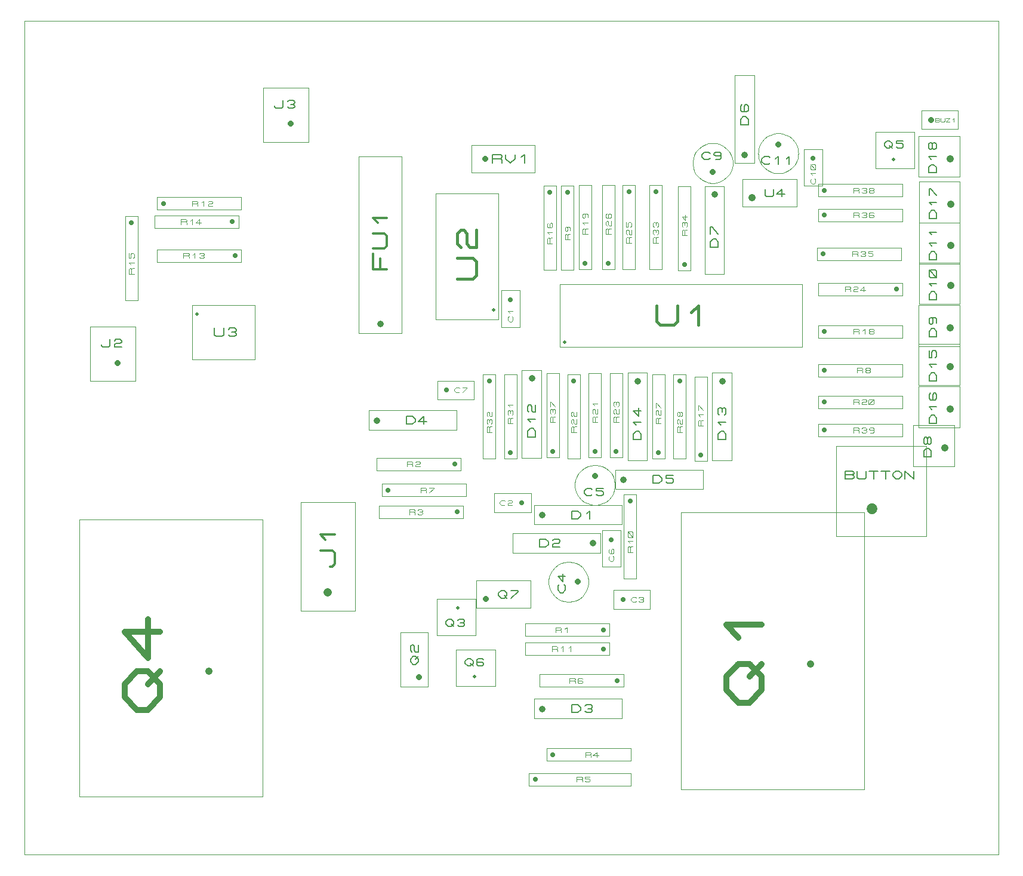
<source format=gbr>
G04 PROTEUS GERBER X2 FILE*
%TF.GenerationSoftware,Labcenter,Proteus,8.15-SP1-Build34318*%
%TF.CreationDate,2023-09-22T14:49:31+00:00*%
%TF.FileFunction,AssemblyDrawing,Top*%
%TF.FilePolarity,Positive*%
%TF.Part,Single*%
%TF.SameCoordinates,{cc55e535-ffdd-4919-8125-6210c26246c2}*%
%FSLAX45Y45*%
%MOMM*%
G01*
%TA.AperFunction,Profile*%
%ADD22C,0.101600*%
%TA.AperFunction,Material*%
%ADD36C,0.050800*%
%ADD37C,0.812800*%
%ADD38C,0.173000*%
%ADD23C,0.101600*%
%ADD39C,0.508000*%
%ADD40C,0.440230*%
%ADD41C,1.016000*%
%ADD42C,0.711200*%
%ADD43C,0.117340*%
%ADD44C,0.914400*%
%ADD45C,0.183130*%
%ADD46C,0.113450*%
%ADD47C,0.176100*%
%ADD48C,0.167930*%
%ADD49C,0.179490*%
%ADD50C,0.820010*%
%ADD51C,1.219200*%
%ADD52C,0.333580*%
%ADD53C,0.200660*%
%ADD54C,0.323120*%
%ADD55C,0.183890*%
%ADD56C,0.083820*%
%ADD57C,1.524000*%
%ADD58C,0.188590*%
%ADD59C,0.195580*%
%TD.AperFunction*%
D22*
X-8290000Y-6520000D02*
X+5520000Y-6520000D01*
X+5520000Y+5300000D01*
X-8290000Y+5300000D01*
X-8290000Y-6520000D01*
D36*
X+83980Y-1277920D02*
X+83062Y-1255106D01*
X+75609Y-1209477D01*
X+60062Y-1163848D01*
X+34820Y-1118219D01*
X-3722Y-1072689D01*
X-49351Y-1037193D01*
X-94980Y-1014073D01*
X-140609Y-1000220D01*
X-186238Y-994274D01*
X-200000Y-993940D01*
X-483980Y-1277920D02*
X-483062Y-1255106D01*
X-475609Y-1209477D01*
X-460062Y-1163848D01*
X-434820Y-1118219D01*
X-396278Y-1072689D01*
X-350649Y-1037193D01*
X-305020Y-1014073D01*
X-259391Y-1000220D01*
X-213762Y-994274D01*
X-200000Y-993940D01*
X-483980Y-1277920D02*
X-483062Y-1300734D01*
X-475609Y-1346363D01*
X-460062Y-1391992D01*
X-434820Y-1437621D01*
X-396278Y-1483151D01*
X-350649Y-1518647D01*
X-305020Y-1541767D01*
X-259391Y-1555620D01*
X-213762Y-1561566D01*
X-200000Y-1561900D01*
X+83980Y-1277920D02*
X+83062Y-1300734D01*
X+75609Y-1346363D01*
X+60062Y-1391992D01*
X+34820Y-1437621D01*
X-3722Y-1483151D01*
X-49351Y-1518647D01*
X-94980Y-1541767D01*
X-140609Y-1555620D01*
X-186238Y-1561566D01*
X-200000Y-1561900D01*
D37*
X-200000Y-1150000D02*
X-200000Y-1150000D01*
D38*
X-238927Y-1412142D02*
X-258391Y-1429443D01*
X-316781Y-1429443D01*
X-355707Y-1394841D01*
X-355707Y-1360240D01*
X-316781Y-1325638D01*
X-258391Y-1325638D01*
X-238927Y-1342939D01*
X-83220Y-1325638D02*
X-180537Y-1325638D01*
X-180537Y-1360240D01*
X-102684Y-1360240D01*
X-83220Y-1377540D01*
X-83220Y-1412142D01*
X-102684Y-1429443D01*
X-161074Y-1429443D01*
X-180537Y-1412142D01*
D23*
X-698580Y+684500D02*
X+2740580Y+684500D01*
X+2740580Y+1573500D01*
X-698580Y+1573500D01*
X-698580Y+684500D01*
D39*
X-632000Y+748000D02*
X-632000Y+748000D01*
D40*
X+670782Y+1261069D02*
X+670782Y+1040953D01*
X+720308Y+996930D01*
X+918412Y+996930D01*
X+967938Y+1040953D01*
X+967938Y+1261069D01*
X+1166042Y+1173023D02*
X+1265094Y+1261069D01*
X+1265094Y+996930D01*
D23*
X+4314420Y-1009080D02*
X+4896080Y-1009080D01*
X+4896080Y-427420D01*
X+4314420Y-427420D01*
X+4314420Y-1009080D01*
D41*
X+4764000Y-750000D02*
X+4764000Y-750000D01*
D38*
X+4565575Y-873545D02*
X+4462045Y-873545D01*
X+4462045Y-795898D01*
X+4496555Y-757074D01*
X+4531065Y-757074D01*
X+4565575Y-795898D01*
X+4565575Y-873545D01*
X+4513810Y-679427D02*
X+4496555Y-698839D01*
X+4479300Y-698839D01*
X+4462045Y-679427D01*
X+4462045Y-621191D01*
X+4479300Y-601779D01*
X+4496555Y-601779D01*
X+4513810Y-621191D01*
X+4513810Y-679427D01*
X+4531065Y-698839D01*
X+4548320Y-698839D01*
X+4565575Y-679427D01*
X+4565575Y-621191D01*
X+4548320Y-601779D01*
X+4531065Y-601779D01*
X+4513810Y-621191D01*
D23*
X+4390420Y+690920D02*
X+4972080Y+690920D01*
X+4972080Y+1272580D01*
X+4390420Y+1272580D01*
X+4390420Y+690920D01*
D41*
X+4840000Y+950000D02*
X+4840000Y+950000D01*
D38*
X+4641575Y+826455D02*
X+4538045Y+826455D01*
X+4538045Y+904102D01*
X+4572555Y+942926D01*
X+4607065Y+942926D01*
X+4641575Y+904102D01*
X+4641575Y+826455D01*
X+4572555Y+1098221D02*
X+4589810Y+1078809D01*
X+4589810Y+1020573D01*
X+4572555Y+1001161D01*
X+4555300Y+1001161D01*
X+4538045Y+1020573D01*
X+4538045Y+1078809D01*
X+4555300Y+1098221D01*
X+4624320Y+1098221D01*
X+4641575Y+1078809D01*
X+4641575Y+1020573D01*
D23*
X+4390420Y+140920D02*
X+4972080Y+140920D01*
X+4972080Y+722580D01*
X+4390420Y+722580D01*
X+4390420Y+140920D01*
D41*
X+4840000Y+400000D02*
X+4840000Y+400000D01*
D38*
X+4641575Y+198808D02*
X+4538045Y+198808D01*
X+4538045Y+276455D01*
X+4572555Y+315279D01*
X+4607065Y+315279D01*
X+4641575Y+276455D01*
X+4641575Y+198808D01*
X+4572555Y+392926D02*
X+4538045Y+431750D01*
X+4641575Y+431750D01*
X+4538045Y+625869D02*
X+4538045Y+528809D01*
X+4572555Y+528809D01*
X+4572555Y+606457D01*
X+4589810Y+625869D01*
X+4624320Y+625869D01*
X+4641575Y+606457D01*
X+4641575Y+548221D01*
X+4624320Y+528809D01*
D23*
X+4390420Y-459080D02*
X+4972080Y-459080D01*
X+4972080Y+122580D01*
X+4390420Y+122580D01*
X+4390420Y-459080D01*
D41*
X+4840000Y-200000D02*
X+4840000Y-200000D01*
D38*
X+4641575Y-401192D02*
X+4538045Y-401192D01*
X+4538045Y-323545D01*
X+4572555Y-284721D01*
X+4607065Y-284721D01*
X+4641575Y-323545D01*
X+4641575Y-401192D01*
X+4572555Y-207074D02*
X+4538045Y-168250D01*
X+4641575Y-168250D01*
X+4555300Y+25869D02*
X+4538045Y+6457D01*
X+4538045Y-51779D01*
X+4555300Y-71191D01*
X+4624320Y-71191D01*
X+4641575Y-51779D01*
X+4641575Y+6457D01*
X+4624320Y+25869D01*
X+4607065Y+25869D01*
X+4589810Y+6457D01*
X+4589810Y-71191D01*
D23*
X+4394420Y+1290920D02*
X+4976080Y+1290920D01*
X+4976080Y+1872580D01*
X+4394420Y+1872580D01*
X+4394420Y+1290920D01*
D41*
X+4844000Y+1550000D02*
X+4844000Y+1550000D01*
D38*
X+4645575Y+1348808D02*
X+4542045Y+1348808D01*
X+4542045Y+1426455D01*
X+4576555Y+1465279D01*
X+4611065Y+1465279D01*
X+4645575Y+1426455D01*
X+4645575Y+1348808D01*
X+4576555Y+1542926D02*
X+4542045Y+1581750D01*
X+4645575Y+1581750D01*
X+4628320Y+1659398D02*
X+4559300Y+1659398D01*
X+4542045Y+1678809D01*
X+4542045Y+1756457D01*
X+4559300Y+1775869D01*
X+4628320Y+1775869D01*
X+4645575Y+1756457D01*
X+4645575Y+1678809D01*
X+4628320Y+1659398D01*
X+4645575Y+1659398D02*
X+4542045Y+1775869D01*
D23*
X+4394420Y+1860920D02*
X+4976080Y+1860920D01*
X+4976080Y+2442580D01*
X+4394420Y+2442580D01*
X+4394420Y+1860920D01*
D41*
X+4844000Y+2120000D02*
X+4844000Y+2120000D01*
D38*
X+4645575Y+1918808D02*
X+4542045Y+1918808D01*
X+4542045Y+1996455D01*
X+4576555Y+2035279D01*
X+4611065Y+2035279D01*
X+4645575Y+1996455D01*
X+4645575Y+1918808D01*
X+4576555Y+2112926D02*
X+4542045Y+2151750D01*
X+4645575Y+2151750D01*
X+4576555Y+2268221D02*
X+4542045Y+2307045D01*
X+4645575Y+2307045D01*
D23*
X+4394420Y+2440920D02*
X+4976080Y+2440920D01*
X+4976080Y+3022580D01*
X+4394420Y+3022580D01*
X+4394420Y+2440920D01*
D41*
X+4844000Y+2700000D02*
X+4844000Y+2700000D01*
D38*
X+4645575Y+2498808D02*
X+4542045Y+2498808D01*
X+4542045Y+2576455D01*
X+4576555Y+2615279D01*
X+4611065Y+2615279D01*
X+4645575Y+2576455D01*
X+4645575Y+2498808D01*
X+4576555Y+2692926D02*
X+4542045Y+2731750D01*
X+4645575Y+2731750D01*
X+4542045Y+2828809D02*
X+4542045Y+2925869D01*
X+4559300Y+2925869D01*
X+4645575Y+2828809D01*
D23*
X+4388420Y+3090920D02*
X+4970080Y+3090920D01*
X+4970080Y+3672580D01*
X+4388420Y+3672580D01*
X+4388420Y+3090920D01*
D41*
X+4838000Y+3350000D02*
X+4838000Y+3350000D01*
D38*
X+4639575Y+3148808D02*
X+4536045Y+3148808D01*
X+4536045Y+3226455D01*
X+4570555Y+3265279D01*
X+4605065Y+3265279D01*
X+4639575Y+3226455D01*
X+4639575Y+3148808D01*
X+4570555Y+3342926D02*
X+4536045Y+3381750D01*
X+4639575Y+3381750D01*
X+4587810Y+3498221D02*
X+4570555Y+3478809D01*
X+4553300Y+3478809D01*
X+4536045Y+3498221D01*
X+4536045Y+3556457D01*
X+4553300Y+3575869D01*
X+4570555Y+3575869D01*
X+4587810Y+3556457D01*
X+4587810Y+3498221D01*
X+4605065Y+3478809D01*
X+4622320Y+3478809D01*
X+4639575Y+3498221D01*
X+4639575Y+3556457D01*
X+4622320Y+3575869D01*
X+4605065Y+3575869D01*
X+4587810Y+3556457D01*
D23*
X+2965100Y-588900D02*
X+4158900Y-588900D01*
X+4158900Y-411100D01*
X+2965100Y-411100D01*
X+2965100Y-588900D01*
D42*
X+3054000Y-500000D02*
X+3054000Y-500000D01*
D43*
X+3465812Y-535204D02*
X+3465812Y-464796D01*
X+3531819Y-464796D01*
X+3545021Y-476531D01*
X+3545021Y-488265D01*
X+3531819Y-500000D01*
X+3465812Y-500000D01*
X+3531819Y-500000D02*
X+3545021Y-511735D01*
X+3545021Y-535204D01*
X+3584625Y-476531D02*
X+3597827Y-464796D01*
X+3637431Y-464796D01*
X+3650633Y-476531D01*
X+3650633Y-488265D01*
X+3637431Y-500000D01*
X+3650633Y-511735D01*
X+3650633Y-523469D01*
X+3637431Y-535204D01*
X+3597827Y-535204D01*
X+3584625Y-523469D01*
X+3611028Y-500000D02*
X+3637431Y-500000D01*
X+3756245Y-488265D02*
X+3743043Y-500000D01*
X+3703439Y-500000D01*
X+3690237Y-488265D01*
X+3690237Y-476531D01*
X+3703439Y-464796D01*
X+3743043Y-464796D01*
X+3756245Y-476531D01*
X+3756245Y-523469D01*
X+3743043Y-535204D01*
X+3703439Y-535204D01*
D23*
X+2965100Y-188900D02*
X+4158900Y-188900D01*
X+4158900Y-11100D01*
X+2965100Y-11100D01*
X+2965100Y-188900D01*
D42*
X+3054000Y-100000D02*
X+3054000Y-100000D01*
D43*
X+3465812Y-135204D02*
X+3465812Y-64796D01*
X+3531819Y-64796D01*
X+3545021Y-76531D01*
X+3545021Y-88265D01*
X+3531819Y-100000D01*
X+3465812Y-100000D01*
X+3531819Y-100000D02*
X+3545021Y-111735D01*
X+3545021Y-135204D01*
X+3584625Y-76531D02*
X+3597827Y-64796D01*
X+3637431Y-64796D01*
X+3650633Y-76531D01*
X+3650633Y-88265D01*
X+3637431Y-100000D01*
X+3597827Y-100000D01*
X+3584625Y-111735D01*
X+3584625Y-135204D01*
X+3650633Y-135204D01*
X+3677036Y-123469D02*
X+3677036Y-76531D01*
X+3690237Y-64796D01*
X+3743043Y-64796D01*
X+3756245Y-76531D01*
X+3756245Y-123469D01*
X+3743043Y-135204D01*
X+3690237Y-135204D01*
X+3677036Y-123469D01*
X+3677036Y-135204D02*
X+3756245Y-64796D01*
D23*
X+2965100Y+261100D02*
X+4158900Y+261100D01*
X+4158900Y+438900D01*
X+2965100Y+438900D01*
X+2965100Y+261100D01*
D42*
X+3054000Y+350000D02*
X+3054000Y+350000D01*
D43*
X+3518618Y+314796D02*
X+3518618Y+385204D01*
X+3584625Y+385204D01*
X+3597827Y+373469D01*
X+3597827Y+361735D01*
X+3584625Y+350000D01*
X+3518618Y+350000D01*
X+3584625Y+350000D02*
X+3597827Y+338265D01*
X+3597827Y+314796D01*
X+3650633Y+350000D02*
X+3637431Y+361735D01*
X+3637431Y+373469D01*
X+3650633Y+385204D01*
X+3690237Y+385204D01*
X+3703439Y+373469D01*
X+3703439Y+361735D01*
X+3690237Y+350000D01*
X+3650633Y+350000D01*
X+3637431Y+338265D01*
X+3637431Y+326531D01*
X+3650633Y+314796D01*
X+3690237Y+314796D01*
X+3703439Y+326531D01*
X+3703439Y+338265D01*
X+3690237Y+350000D01*
D23*
X+2969100Y+1411100D02*
X+4162900Y+1411100D01*
X+4162900Y+1588900D01*
X+2969100Y+1588900D01*
X+2969100Y+1411100D01*
D42*
X+4074000Y+1500000D02*
X+4074000Y+1500000D01*
D43*
X+3345352Y+1464796D02*
X+3345352Y+1535204D01*
X+3411359Y+1535204D01*
X+3424561Y+1523469D01*
X+3424561Y+1511735D01*
X+3411359Y+1500000D01*
X+3345352Y+1500000D01*
X+3411359Y+1500000D02*
X+3424561Y+1488265D01*
X+3424561Y+1464796D01*
X+3464165Y+1523469D02*
X+3477367Y+1535204D01*
X+3516971Y+1535204D01*
X+3530173Y+1523469D01*
X+3530173Y+1511735D01*
X+3516971Y+1500000D01*
X+3477367Y+1500000D01*
X+3464165Y+1488265D01*
X+3464165Y+1464796D01*
X+3530173Y+1464796D01*
X+3635785Y+1488265D02*
X+3556576Y+1488265D01*
X+3609382Y+1535204D01*
X+3609382Y+1464796D01*
D23*
X+2949100Y+1911100D02*
X+4142900Y+1911100D01*
X+4142900Y+2088900D01*
X+2949100Y+2088900D01*
X+2949100Y+1911100D01*
D42*
X+3038000Y+2000000D02*
X+3038000Y+2000000D01*
D43*
X+3449812Y+1964796D02*
X+3449812Y+2035204D01*
X+3515819Y+2035204D01*
X+3529021Y+2023469D01*
X+3529021Y+2011735D01*
X+3515819Y+2000000D01*
X+3449812Y+2000000D01*
X+3515819Y+2000000D02*
X+3529021Y+1988265D01*
X+3529021Y+1964796D01*
X+3568625Y+2023469D02*
X+3581827Y+2035204D01*
X+3621431Y+2035204D01*
X+3634633Y+2023469D01*
X+3634633Y+2011735D01*
X+3621431Y+2000000D01*
X+3634633Y+1988265D01*
X+3634633Y+1976531D01*
X+3621431Y+1964796D01*
X+3581827Y+1964796D01*
X+3568625Y+1976531D01*
X+3595028Y+2000000D02*
X+3621431Y+2000000D01*
X+3740245Y+2035204D02*
X+3674237Y+2035204D01*
X+3674237Y+2011735D01*
X+3727043Y+2011735D01*
X+3740245Y+2000000D01*
X+3740245Y+1976531D01*
X+3727043Y+1964796D01*
X+3687439Y+1964796D01*
X+3674237Y+1976531D01*
D23*
X+2965100Y+2461100D02*
X+4158900Y+2461100D01*
X+4158900Y+2638900D01*
X+2965100Y+2638900D01*
X+2965100Y+2461100D01*
D42*
X+3054000Y+2550000D02*
X+3054000Y+2550000D01*
D43*
X+3465812Y+2514796D02*
X+3465812Y+2585204D01*
X+3531819Y+2585204D01*
X+3545021Y+2573469D01*
X+3545021Y+2561735D01*
X+3531819Y+2550000D01*
X+3465812Y+2550000D01*
X+3531819Y+2550000D02*
X+3545021Y+2538265D01*
X+3545021Y+2514796D01*
X+3584625Y+2573469D02*
X+3597827Y+2585204D01*
X+3637431Y+2585204D01*
X+3650633Y+2573469D01*
X+3650633Y+2561735D01*
X+3637431Y+2550000D01*
X+3650633Y+2538265D01*
X+3650633Y+2526531D01*
X+3637431Y+2514796D01*
X+3597827Y+2514796D01*
X+3584625Y+2526531D01*
X+3611028Y+2550000D02*
X+3637431Y+2550000D01*
X+3756245Y+2573469D02*
X+3743043Y+2585204D01*
X+3703439Y+2585204D01*
X+3690237Y+2573469D01*
X+3690237Y+2526531D01*
X+3703439Y+2514796D01*
X+3743043Y+2514796D01*
X+3756245Y+2526531D01*
X+3756245Y+2538265D01*
X+3743043Y+2550000D01*
X+3690237Y+2550000D01*
D23*
X+2965100Y+2811100D02*
X+4158900Y+2811100D01*
X+4158900Y+2988900D01*
X+2965100Y+2988900D01*
X+2965100Y+2811100D01*
D42*
X+3054000Y+2900000D02*
X+3054000Y+2900000D01*
D43*
X+3465812Y+2864796D02*
X+3465812Y+2935204D01*
X+3531819Y+2935204D01*
X+3545021Y+2923469D01*
X+3545021Y+2911735D01*
X+3531819Y+2900000D01*
X+3465812Y+2900000D01*
X+3531819Y+2900000D02*
X+3545021Y+2888265D01*
X+3545021Y+2864796D01*
X+3584625Y+2923469D02*
X+3597827Y+2935204D01*
X+3637431Y+2935204D01*
X+3650633Y+2923469D01*
X+3650633Y+2911735D01*
X+3637431Y+2900000D01*
X+3650633Y+2888265D01*
X+3650633Y+2876531D01*
X+3637431Y+2864796D01*
X+3597827Y+2864796D01*
X+3584625Y+2876531D01*
X+3611028Y+2900000D02*
X+3637431Y+2900000D01*
X+3703439Y+2900000D02*
X+3690237Y+2911735D01*
X+3690237Y+2923469D01*
X+3703439Y+2935204D01*
X+3743043Y+2935204D01*
X+3756245Y+2923469D01*
X+3756245Y+2911735D01*
X+3743043Y+2900000D01*
X+3703439Y+2900000D01*
X+3690237Y+2888265D01*
X+3690237Y+2876531D01*
X+3703439Y+2864796D01*
X+3743043Y+2864796D01*
X+3756245Y+2876531D01*
X+3756245Y+2888265D01*
X+3743043Y+2900000D01*
D23*
X+2965100Y+811100D02*
X+4158900Y+811100D01*
X+4158900Y+988900D01*
X+2965100Y+988900D01*
X+2965100Y+811100D01*
D42*
X+3054000Y+900000D02*
X+3054000Y+900000D01*
D43*
X+3465812Y+864796D02*
X+3465812Y+935204D01*
X+3531819Y+935204D01*
X+3545021Y+923469D01*
X+3545021Y+911735D01*
X+3531819Y+900000D01*
X+3465812Y+900000D01*
X+3531819Y+900000D02*
X+3545021Y+888265D01*
X+3545021Y+864796D01*
X+3597827Y+911735D02*
X+3624230Y+935204D01*
X+3624230Y+864796D01*
X+3703439Y+900000D02*
X+3690237Y+911735D01*
X+3690237Y+923469D01*
X+3703439Y+935204D01*
X+3743043Y+935204D01*
X+3756245Y+923469D01*
X+3756245Y+911735D01*
X+3743043Y+900000D01*
X+3703439Y+900000D01*
X+3690237Y+888265D01*
X+3690237Y+876531D01*
X+3703439Y+864796D01*
X+3743043Y+864796D01*
X+3756245Y+876531D01*
X+3756245Y+888265D01*
X+3743043Y+900000D01*
D23*
X+1211100Y-938900D02*
X+1388900Y-938900D01*
X+1388900Y+254900D01*
X+1211100Y+254900D01*
X+1211100Y-938900D01*
D42*
X+1300000Y-850000D02*
X+1300000Y-850000D01*
D43*
X+1335204Y-438188D02*
X+1264796Y-438188D01*
X+1264796Y-372181D01*
X+1276531Y-358979D01*
X+1288265Y-358979D01*
X+1300000Y-372181D01*
X+1300000Y-438188D01*
X+1300000Y-372181D02*
X+1311735Y-358979D01*
X+1335204Y-358979D01*
X+1288265Y-306173D02*
X+1264796Y-279770D01*
X+1335204Y-279770D01*
X+1264796Y-213763D02*
X+1264796Y-147755D01*
X+1276531Y-147755D01*
X+1335204Y-213763D01*
D23*
X-888900Y-888900D02*
X-711100Y-888900D01*
X-711100Y+304900D01*
X-888900Y+304900D01*
X-888900Y-888900D01*
D42*
X-800000Y-800000D02*
X-800000Y-800000D01*
D43*
X-764796Y-388188D02*
X-835204Y-388188D01*
X-835204Y-322181D01*
X-823469Y-308979D01*
X-811735Y-308979D01*
X-800000Y-322181D01*
X-800000Y-388188D01*
X-800000Y-322181D02*
X-788265Y-308979D01*
X-764796Y-308979D01*
X-823469Y-269375D02*
X-835204Y-256173D01*
X-835204Y-216569D01*
X-823469Y-203367D01*
X-811735Y-203367D01*
X-800000Y-216569D01*
X-788265Y-203367D01*
X-776531Y-203367D01*
X-764796Y-216569D01*
X-764796Y-256173D01*
X-776531Y-269375D01*
X-800000Y-242972D02*
X-800000Y-216569D01*
X-835204Y-163763D02*
X-835204Y-97755D01*
X-823469Y-97755D01*
X-764796Y-163763D01*
D23*
X-288900Y-888900D02*
X-111100Y-888900D01*
X-111100Y+304900D01*
X-288900Y+304900D01*
X-288900Y-888900D01*
D42*
X-200000Y-800000D02*
X-200000Y-800000D01*
D43*
X-164796Y-388188D02*
X-235204Y-388188D01*
X-235204Y-322181D01*
X-223469Y-308979D01*
X-211735Y-308979D01*
X-200000Y-322181D01*
X-200000Y-388188D01*
X-200000Y-322181D02*
X-188265Y-308979D01*
X-164796Y-308979D01*
X-223469Y-269375D02*
X-235204Y-256173D01*
X-235204Y-216569D01*
X-223469Y-203367D01*
X-211735Y-203367D01*
X-200000Y-216569D01*
X-200000Y-256173D01*
X-188265Y-269375D01*
X-164796Y-269375D01*
X-164796Y-203367D01*
X-211735Y-150561D02*
X-235204Y-124158D01*
X-164796Y-124158D01*
D23*
X+11100Y-888900D02*
X+188900Y-888900D01*
X+188900Y+304900D01*
X+11100Y+304900D01*
X+11100Y-888900D01*
D42*
X+100000Y-800000D02*
X+100000Y-800000D01*
D43*
X+135204Y-388188D02*
X+64796Y-388188D01*
X+64796Y-322181D01*
X+76531Y-308979D01*
X+88265Y-308979D01*
X+100000Y-322181D01*
X+100000Y-388188D01*
X+100000Y-322181D02*
X+111735Y-308979D01*
X+135204Y-308979D01*
X+76531Y-269375D02*
X+64796Y-256173D01*
X+64796Y-216569D01*
X+76531Y-203367D01*
X+88265Y-203367D01*
X+100000Y-216569D01*
X+100000Y-256173D01*
X+111735Y-269375D01*
X+135204Y-269375D01*
X+135204Y-203367D01*
X+76531Y-163763D02*
X+64796Y-150561D01*
X+64796Y-110957D01*
X+76531Y-97755D01*
X+88265Y-97755D01*
X+100000Y-110957D01*
X+111735Y-97755D01*
X+123469Y-97755D01*
X+135204Y-110957D01*
X+135204Y-150561D01*
X+123469Y-163763D01*
X+100000Y-137360D02*
X+100000Y-110957D01*
D23*
X+191100Y+1779801D02*
X+368900Y+1779801D01*
X+368900Y+2973601D01*
X+191100Y+2973601D01*
X+191100Y+1779801D01*
D42*
X+280000Y+2884701D02*
X+280000Y+2884701D01*
D43*
X+315204Y+2156053D02*
X+244796Y+2156053D01*
X+244796Y+2222060D01*
X+256531Y+2235262D01*
X+268265Y+2235262D01*
X+280000Y+2222060D01*
X+280000Y+2156053D01*
X+280000Y+2222060D02*
X+291735Y+2235262D01*
X+315204Y+2235262D01*
X+256531Y+2274866D02*
X+244796Y+2288068D01*
X+244796Y+2327672D01*
X+256531Y+2340874D01*
X+268265Y+2340874D01*
X+280000Y+2327672D01*
X+280000Y+2288068D01*
X+291735Y+2274866D01*
X+315204Y+2274866D01*
X+315204Y+2340874D01*
X+244796Y+2446486D02*
X+244796Y+2380478D01*
X+268265Y+2380478D01*
X+268265Y+2433284D01*
X+280000Y+2446486D01*
X+303469Y+2446486D01*
X+315204Y+2433284D01*
X+315204Y+2393680D01*
X+303469Y+2380478D01*
D23*
X+611100Y-904900D02*
X+788900Y-904900D01*
X+788900Y+288900D01*
X+611100Y+288900D01*
X+611100Y-904900D01*
D42*
X+700000Y-816000D02*
X+700000Y-816000D01*
D43*
X+735204Y-404188D02*
X+664796Y-404188D01*
X+664796Y-338181D01*
X+676531Y-324979D01*
X+688265Y-324979D01*
X+700000Y-338181D01*
X+700000Y-404188D01*
X+700000Y-338181D02*
X+711735Y-324979D01*
X+735204Y-324979D01*
X+676531Y-285375D02*
X+664796Y-272173D01*
X+664796Y-232569D01*
X+676531Y-219367D01*
X+688265Y-219367D01*
X+700000Y-232569D01*
X+700000Y-272173D01*
X+711735Y-285375D01*
X+735204Y-285375D01*
X+735204Y-219367D01*
X+664796Y-179763D02*
X+664796Y-113755D01*
X+676531Y-113755D01*
X+735204Y-179763D01*
D23*
X-1488900Y-904900D02*
X-1311100Y-904900D01*
X-1311100Y+288900D01*
X-1488900Y+288900D01*
X-1488900Y-904900D01*
D42*
X-1400000Y-816000D02*
X-1400000Y-816000D01*
D43*
X-1364796Y-404188D02*
X-1435204Y-404188D01*
X-1435204Y-338181D01*
X-1423469Y-324979D01*
X-1411735Y-324979D01*
X-1400000Y-338181D01*
X-1400000Y-404188D01*
X-1400000Y-338181D02*
X-1388265Y-324979D01*
X-1364796Y-324979D01*
X-1423469Y-285375D02*
X-1435204Y-272173D01*
X-1435204Y-232569D01*
X-1423469Y-219367D01*
X-1411735Y-219367D01*
X-1400000Y-232569D01*
X-1388265Y-219367D01*
X-1376531Y-219367D01*
X-1364796Y-232569D01*
X-1364796Y-272173D01*
X-1376531Y-285375D01*
X-1400000Y-258972D02*
X-1400000Y-232569D01*
X-1411735Y-166561D02*
X-1435204Y-140158D01*
X-1364796Y-140158D01*
D23*
X+571100Y+1781100D02*
X+748900Y+1781100D01*
X+748900Y+2974900D01*
X+571100Y+2974900D01*
X+571100Y+1781100D01*
D42*
X+660000Y+2886000D02*
X+660000Y+2886000D01*
D43*
X+695204Y+2157352D02*
X+624796Y+2157352D01*
X+624796Y+2223359D01*
X+636531Y+2236561D01*
X+648265Y+2236561D01*
X+660000Y+2223359D01*
X+660000Y+2157352D01*
X+660000Y+2223359D02*
X+671735Y+2236561D01*
X+695204Y+2236561D01*
X+636531Y+2276165D02*
X+624796Y+2289367D01*
X+624796Y+2328971D01*
X+636531Y+2342173D01*
X+648265Y+2342173D01*
X+660000Y+2328971D01*
X+671735Y+2342173D01*
X+683469Y+2342173D01*
X+695204Y+2328971D01*
X+695204Y+2289367D01*
X+683469Y+2276165D01*
X+660000Y+2302568D02*
X+660000Y+2328971D01*
X+636531Y+2381777D02*
X+624796Y+2394979D01*
X+624796Y+2434583D01*
X+636531Y+2447785D01*
X+648265Y+2447785D01*
X+660000Y+2434583D01*
X+671735Y+2447785D01*
X+683469Y+2447785D01*
X+695204Y+2434583D01*
X+695204Y+2394979D01*
X+683469Y+2381777D01*
X+660000Y+2408180D02*
X+660000Y+2434583D01*
D23*
X+1462840Y-930300D02*
X+1739700Y-930300D01*
X+1739700Y+314300D01*
X+1462840Y+314300D01*
X+1462840Y-930300D01*
D44*
X+1600000Y+200000D02*
X+1600000Y+200000D01*
D45*
X+1656211Y-635240D02*
X+1546330Y-635240D01*
X+1546330Y-552830D01*
X+1582957Y-511625D01*
X+1619584Y-511625D01*
X+1656211Y-552830D01*
X+1656211Y-635240D01*
X+1582957Y-429215D02*
X+1546330Y-388010D01*
X+1656211Y-388010D01*
X+1564644Y-284998D02*
X+1546330Y-264395D01*
X+1546330Y-202588D01*
X+1564644Y-181985D01*
X+1582957Y-181985D01*
X+1601270Y-202588D01*
X+1619584Y-181985D01*
X+1637897Y-181985D01*
X+1656211Y-202588D01*
X+1656211Y-264395D01*
X+1637897Y-284998D01*
X+1601270Y-243793D02*
X+1601270Y-202588D01*
D23*
X-1237160Y-890300D02*
X-960300Y-890300D01*
X-960300Y+354300D01*
X-1237160Y+354300D01*
X-1237160Y-890300D01*
D44*
X-1100000Y+240000D02*
X-1100000Y+240000D01*
D45*
X-1043789Y-595240D02*
X-1153670Y-595240D01*
X-1153670Y-512830D01*
X-1117043Y-471625D01*
X-1080416Y-471625D01*
X-1043789Y-512830D01*
X-1043789Y-595240D01*
X-1117043Y-389215D02*
X-1153670Y-348010D01*
X-1043789Y-348010D01*
X-1135356Y-244998D02*
X-1153670Y-224395D01*
X-1153670Y-162588D01*
X-1135356Y-141985D01*
X-1117043Y-141985D01*
X-1098730Y-162588D01*
X-1098730Y-224395D01*
X-1080416Y-244998D01*
X-1043789Y-244998D01*
X-1043789Y-141985D01*
D23*
X-588900Y-904900D02*
X-411100Y-904900D01*
X-411100Y+288900D01*
X-588900Y+288900D01*
X-588900Y-904900D01*
D42*
X-500000Y+200000D02*
X-500000Y+200000D01*
D43*
X-464796Y-528648D02*
X-535204Y-528648D01*
X-535204Y-462641D01*
X-523469Y-449439D01*
X-511735Y-449439D01*
X-500000Y-462641D01*
X-500000Y-528648D01*
X-500000Y-462641D02*
X-488265Y-449439D01*
X-464796Y-449439D01*
X-523469Y-409835D02*
X-535204Y-396633D01*
X-535204Y-357029D01*
X-523469Y-343827D01*
X-511735Y-343827D01*
X-500000Y-357029D01*
X-500000Y-396633D01*
X-488265Y-409835D01*
X-464796Y-409835D01*
X-464796Y-343827D01*
X-523469Y-304223D02*
X-535204Y-291021D01*
X-535204Y-251417D01*
X-523469Y-238215D01*
X-511735Y-238215D01*
X-500000Y-251417D01*
X-500000Y-291021D01*
X-488265Y-304223D01*
X-464796Y-304223D01*
X-464796Y-238215D01*
D23*
X+262840Y-930300D02*
X+539700Y-930300D01*
X+539700Y+314300D01*
X+262840Y+314300D01*
X+262840Y-930300D01*
D44*
X+400000Y+200000D02*
X+400000Y+200000D01*
D45*
X+456211Y-635240D02*
X+346330Y-635240D01*
X+346330Y-552830D01*
X+382957Y-511625D01*
X+419584Y-511625D01*
X+456211Y-552830D01*
X+456211Y-635240D01*
X+382957Y-429215D02*
X+346330Y-388010D01*
X+456211Y-388010D01*
X+419584Y-181985D02*
X+419584Y-305600D01*
X+346330Y-223190D01*
X+456211Y-223190D01*
D23*
X-98900Y+1781100D02*
X+78900Y+1781100D01*
X+78900Y+2974900D01*
X-98900Y+2974900D01*
X-98900Y+1781100D01*
D42*
X-10000Y+1870000D02*
X-10000Y+1870000D01*
D43*
X+25204Y+2281812D02*
X-45204Y+2281812D01*
X-45204Y+2347819D01*
X-33469Y+2361021D01*
X-21735Y+2361021D01*
X-10000Y+2347819D01*
X-10000Y+2281812D01*
X-10000Y+2347819D02*
X+1735Y+2361021D01*
X+25204Y+2361021D01*
X-33469Y+2400625D02*
X-45204Y+2413827D01*
X-45204Y+2453431D01*
X-33469Y+2466633D01*
X-21735Y+2466633D01*
X-10000Y+2453431D01*
X-10000Y+2413827D01*
X+1735Y+2400625D01*
X+25204Y+2400625D01*
X+25204Y+2466633D01*
X-33469Y+2572245D02*
X-45204Y+2559043D01*
X-45204Y+2519439D01*
X-33469Y+2506237D01*
X+13469Y+2506237D01*
X+25204Y+2519439D01*
X+25204Y+2559043D01*
X+13469Y+2572245D01*
X+1735Y+2572245D01*
X-10000Y+2559043D01*
X-10000Y+2506237D01*
D23*
X+911100Y-904900D02*
X+1088900Y-904900D01*
X+1088900Y+288900D01*
X+911100Y+288900D01*
X+911100Y-904900D01*
D42*
X+1000000Y+200000D02*
X+1000000Y+200000D01*
D43*
X+1035204Y-528648D02*
X+964796Y-528648D01*
X+964796Y-462641D01*
X+976531Y-449439D01*
X+988265Y-449439D01*
X+1000000Y-462641D01*
X+1000000Y-528648D01*
X+1000000Y-462641D02*
X+1011735Y-449439D01*
X+1035204Y-449439D01*
X+976531Y-409835D02*
X+964796Y-396633D01*
X+964796Y-357029D01*
X+976531Y-343827D01*
X+988265Y-343827D01*
X+1000000Y-357029D01*
X+1000000Y-396633D01*
X+1011735Y-409835D01*
X+1035204Y-409835D01*
X+1035204Y-343827D01*
X+1000000Y-291021D02*
X+988265Y-304223D01*
X+976531Y-304223D01*
X+964796Y-291021D01*
X+964796Y-251417D01*
X+976531Y-238215D01*
X+988265Y-238215D01*
X+1000000Y-251417D01*
X+1000000Y-291021D01*
X+1011735Y-304223D01*
X+1023469Y-304223D01*
X+1035204Y-291021D01*
X+1035204Y-251417D01*
X+1023469Y-238215D01*
X+1011735Y-238215D01*
X+1000000Y-251417D01*
D23*
X-1788900Y-904900D02*
X-1611100Y-904900D01*
X-1611100Y+288900D01*
X-1788900Y+288900D01*
X-1788900Y-904900D01*
D42*
X-1700000Y+200000D02*
X-1700000Y+200000D01*
D43*
X-1664796Y-528648D02*
X-1735204Y-528648D01*
X-1735204Y-462641D01*
X-1723469Y-449439D01*
X-1711735Y-449439D01*
X-1700000Y-462641D01*
X-1700000Y-528648D01*
X-1700000Y-462641D02*
X-1688265Y-449439D01*
X-1664796Y-449439D01*
X-1723469Y-409835D02*
X-1735204Y-396633D01*
X-1735204Y-357029D01*
X-1723469Y-343827D01*
X-1711735Y-343827D01*
X-1700000Y-357029D01*
X-1688265Y-343827D01*
X-1676531Y-343827D01*
X-1664796Y-357029D01*
X-1664796Y-396633D01*
X-1676531Y-409835D01*
X-1700000Y-383432D02*
X-1700000Y-357029D01*
X-1723469Y-304223D02*
X-1735204Y-291021D01*
X-1735204Y-251417D01*
X-1723469Y-238215D01*
X-1711735Y-238215D01*
X-1700000Y-251417D01*
X-1700000Y-291021D01*
X-1688265Y-304223D01*
X-1664796Y-304223D01*
X-1664796Y-238215D01*
D23*
X+981100Y+1761100D02*
X+1158900Y+1761100D01*
X+1158900Y+2954900D01*
X+981100Y+2954900D01*
X+981100Y+1761100D01*
D42*
X+1070000Y+1850000D02*
X+1070000Y+1850000D01*
D43*
X+1105204Y+2261812D02*
X+1034796Y+2261812D01*
X+1034796Y+2327819D01*
X+1046531Y+2341021D01*
X+1058265Y+2341021D01*
X+1070000Y+2327819D01*
X+1070000Y+2261812D01*
X+1070000Y+2327819D02*
X+1081735Y+2341021D01*
X+1105204Y+2341021D01*
X+1046531Y+2380625D02*
X+1034796Y+2393827D01*
X+1034796Y+2433431D01*
X+1046531Y+2446633D01*
X+1058265Y+2446633D01*
X+1070000Y+2433431D01*
X+1081735Y+2446633D01*
X+1093469Y+2446633D01*
X+1105204Y+2433431D01*
X+1105204Y+2393827D01*
X+1093469Y+2380625D01*
X+1070000Y+2407028D02*
X+1070000Y+2433431D01*
X+1081735Y+2552245D02*
X+1081735Y+2473036D01*
X+1034796Y+2525842D01*
X+1105204Y+2525842D01*
D23*
X-1064300Y-1837160D02*
X+180300Y-1837160D01*
X+180300Y-1560300D01*
X-1064300Y-1560300D01*
X-1064300Y-1837160D01*
D44*
X-950000Y-1700000D02*
X-950000Y-1700000D01*
D45*
X-526810Y-1753671D02*
X-526810Y-1643790D01*
X-444400Y-1643790D01*
X-403195Y-1680417D01*
X-403195Y-1717044D01*
X-444400Y-1753671D01*
X-526810Y-1753671D01*
X-320785Y-1680417D02*
X-279580Y-1643790D01*
X-279580Y-1753671D01*
D23*
X-1364300Y-2239700D02*
X-119700Y-2239700D01*
X-119700Y-1962840D01*
X-1364300Y-1962840D01*
X-1364300Y-2239700D01*
D44*
X-234000Y-2100000D02*
X-234000Y-2100000D01*
D45*
X-986830Y-2156211D02*
X-986830Y-2046330D01*
X-904420Y-2046330D01*
X-863215Y-2082957D01*
X-863215Y-2119584D01*
X-904420Y-2156211D01*
X-986830Y-2156211D01*
X-801408Y-2064644D02*
X-780805Y-2046330D01*
X-718998Y-2046330D01*
X-698395Y-2064644D01*
X-698395Y-2082957D01*
X-718998Y-2101270D01*
X-780805Y-2101270D01*
X-801408Y-2119584D01*
X-801408Y-2156211D01*
X-698395Y-2156211D01*
D23*
X-1188900Y-3418900D02*
X+4900Y-3418900D01*
X+4900Y-3241100D01*
X-1188900Y-3241100D01*
X-1188900Y-3418900D01*
D42*
X-84000Y-3330000D02*
X-84000Y-3330000D01*
D43*
X-759842Y-3365204D02*
X-759842Y-3294796D01*
X-693835Y-3294796D01*
X-680633Y-3306531D01*
X-680633Y-3318265D01*
X-693835Y-3330000D01*
X-759842Y-3330000D01*
X-693835Y-3330000D02*
X-680633Y-3341735D01*
X-680633Y-3365204D01*
X-627827Y-3318265D02*
X-601424Y-3294796D01*
X-601424Y-3365204D01*
D23*
X-1188900Y-3688900D02*
X+4900Y-3688900D01*
X+4900Y-3511100D01*
X-1188900Y-3511100D01*
X-1188900Y-3688900D01*
D42*
X-84000Y-3600000D02*
X-84000Y-3600000D01*
D43*
X-812648Y-3635204D02*
X-812648Y-3564796D01*
X-746641Y-3564796D01*
X-733439Y-3576531D01*
X-733439Y-3588265D01*
X-746641Y-3600000D01*
X-812648Y-3600000D01*
X-746641Y-3600000D02*
X-733439Y-3611735D01*
X-733439Y-3635204D01*
X-680633Y-3588265D02*
X-654230Y-3564796D01*
X-654230Y-3635204D01*
X-575021Y-3588265D02*
X-548618Y-3564796D01*
X-548618Y-3635204D01*
D36*
X-289940Y-2650000D02*
X-290858Y-2627186D01*
X-298311Y-2581557D01*
X-313858Y-2535928D01*
X-339100Y-2490299D01*
X-377642Y-2444769D01*
X-423271Y-2409273D01*
X-468900Y-2386153D01*
X-514529Y-2372300D01*
X-560158Y-2366354D01*
X-573920Y-2366020D01*
X-857900Y-2650000D02*
X-856982Y-2627186D01*
X-849529Y-2581557D01*
X-833982Y-2535928D01*
X-808740Y-2490299D01*
X-770198Y-2444769D01*
X-724569Y-2409273D01*
X-678940Y-2386153D01*
X-633311Y-2372300D01*
X-587682Y-2366354D01*
X-573920Y-2366020D01*
X-857900Y-2650000D02*
X-856982Y-2672814D01*
X-849529Y-2718443D01*
X-833982Y-2764072D01*
X-808740Y-2809701D01*
X-770198Y-2855231D01*
X-724569Y-2890727D01*
X-678940Y-2913847D01*
X-633311Y-2927700D01*
X-587682Y-2933646D01*
X-573920Y-2933980D01*
X-289940Y-2650000D02*
X-290858Y-2672814D01*
X-298311Y-2718443D01*
X-313858Y-2764072D01*
X-339100Y-2809701D01*
X-377642Y-2855231D01*
X-423271Y-2890727D01*
X-468900Y-2913847D01*
X-514529Y-2927700D01*
X-560158Y-2933646D01*
X-573920Y-2933980D01*
D37*
X-446000Y-2650000D02*
X-446000Y-2650000D01*
D38*
X-638938Y-2688927D02*
X-621637Y-2708391D01*
X-621637Y-2766781D01*
X-656239Y-2805707D01*
X-690840Y-2805707D01*
X-725442Y-2766781D01*
X-725442Y-2708391D01*
X-708141Y-2688927D01*
X-656239Y-2533220D02*
X-656239Y-2650000D01*
X-725442Y-2572147D01*
X-621637Y-2572147D01*
D23*
X+211100Y-2604900D02*
X+388900Y-2604900D01*
X+388900Y-1411100D01*
X+211100Y-1411100D01*
X+211100Y-2604900D01*
D42*
X+300000Y-1500000D02*
X+300000Y-1500000D01*
D43*
X+335204Y-2228648D02*
X+264796Y-2228648D01*
X+264796Y-2162641D01*
X+276531Y-2149439D01*
X+288265Y-2149439D01*
X+300000Y-2162641D01*
X+300000Y-2228648D01*
X+300000Y-2162641D02*
X+311735Y-2149439D01*
X+335204Y-2149439D01*
X+288265Y-2096633D02*
X+264796Y-2070230D01*
X+335204Y-2070230D01*
X+323469Y-2017424D02*
X+276531Y-2017424D01*
X+264796Y-2004223D01*
X+264796Y-1951417D01*
X+276531Y-1938215D01*
X+323469Y-1938215D01*
X+335204Y-1951417D01*
X+335204Y-2004223D01*
X+323469Y-2017424D01*
X+335204Y-2017424D02*
X+264796Y-1938215D01*
D23*
X-1626080Y-1662080D02*
X-1107920Y-1662080D01*
X-1107920Y-1397920D01*
X-1626080Y-1397920D01*
X-1626080Y-1662080D01*
D42*
X-1240000Y-1530000D02*
X-1240000Y-1530000D01*
D46*
X-1476347Y-1552691D02*
X-1489111Y-1564036D01*
X-1527401Y-1564036D01*
X-1552927Y-1541345D01*
X-1552927Y-1518655D01*
X-1527401Y-1495964D01*
X-1489111Y-1495964D01*
X-1476347Y-1507309D01*
X-1438057Y-1507309D02*
X-1425294Y-1495964D01*
X-1387004Y-1495964D01*
X-1374240Y-1507309D01*
X-1374240Y-1518655D01*
X-1387004Y-1530000D01*
X-1425294Y-1530000D01*
X-1438057Y-1541345D01*
X-1438057Y-1564036D01*
X-1374240Y-1564036D01*
D23*
X+85700Y-1337160D02*
X+1330300Y-1337160D01*
X+1330300Y-1060300D01*
X+85700Y-1060300D01*
X+85700Y-1337160D01*
D44*
X+200000Y-1200000D02*
X+200000Y-1200000D01*
D45*
X+623190Y-1253671D02*
X+623190Y-1143790D01*
X+705600Y-1143790D01*
X+746805Y-1180417D01*
X+746805Y-1217044D01*
X+705600Y-1253671D01*
X+623190Y-1253671D01*
X+911625Y-1143790D02*
X+808612Y-1143790D01*
X+808612Y-1180417D01*
X+891022Y-1180417D01*
X+911625Y-1198730D01*
X+911625Y-1235357D01*
X+891022Y-1253671D01*
X+829215Y-1253671D01*
X+808612Y-1235357D01*
D23*
X+63920Y-3032080D02*
X+582080Y-3032080D01*
X+582080Y-2767920D01*
X+63920Y-2767920D01*
X+63920Y-3032080D01*
D42*
X+196000Y-2900000D02*
X+196000Y-2900000D01*
D46*
X+381293Y-2922691D02*
X+368529Y-2934036D01*
X+330239Y-2934036D01*
X+304713Y-2911345D01*
X+304713Y-2888655D01*
X+330239Y-2865964D01*
X+368529Y-2865964D01*
X+381293Y-2877309D01*
X+419583Y-2877309D02*
X+432346Y-2865964D01*
X+470636Y-2865964D01*
X+483400Y-2877309D01*
X+483400Y-2888655D01*
X+470636Y-2900000D01*
X+483400Y-2911345D01*
X+483400Y-2922691D01*
X+470636Y-2934036D01*
X+432346Y-2934036D01*
X+419583Y-2922691D01*
X+445110Y-2900000D02*
X+470636Y-2900000D01*
D23*
X-99381Y-2436080D02*
X+164779Y-2436080D01*
X+164779Y-1917920D01*
X-99381Y-1917920D01*
X-99381Y-2436080D01*
D42*
X+32699Y-2050000D02*
X+32699Y-2050000D01*
D46*
X+55390Y-2286347D02*
X+66735Y-2299111D01*
X+66735Y-2337401D01*
X+44044Y-2362927D01*
X+21354Y-2362927D01*
X-1337Y-2337401D01*
X-1337Y-2299111D01*
X+10008Y-2286347D01*
X+10008Y-2184240D02*
X-1337Y-2197004D01*
X-1337Y-2235294D01*
X+10008Y-2248057D01*
X+55390Y-2248057D01*
X+66735Y-2235294D01*
X+66735Y-2197004D01*
X+55390Y-2184240D01*
X+44044Y-2184240D01*
X+32699Y-2197004D01*
X+32699Y-2248057D01*
D23*
X-2463500Y+1069920D02*
X-1574500Y+1069920D01*
X-1574500Y+2858080D01*
X-2463500Y+2858080D01*
X-2463500Y+1069920D01*
D39*
X-1638000Y+1202000D02*
X-1638000Y+1202000D01*
D40*
X-2151069Y+1646532D02*
X-1930953Y+1646532D01*
X-1886930Y+1696058D01*
X-1886930Y+1894162D01*
X-1930953Y+1943688D01*
X-2151069Y+1943688D01*
X-2107046Y+2092266D02*
X-2151069Y+2141792D01*
X-2151069Y+2290370D01*
X-2107046Y+2339896D01*
X-2063023Y+2339896D01*
X-2019000Y+2290370D01*
X-2019000Y+2141792D01*
X-1974976Y+2092266D01*
X-1886930Y+2092266D01*
X-1886930Y+2339896D01*
D23*
X+1354840Y+1713700D02*
X+1631700Y+1713700D01*
X+1631700Y+2958300D01*
X+1354840Y+2958300D01*
X+1354840Y+1713700D01*
D44*
X+1492000Y+2844000D02*
X+1492000Y+2844000D01*
D45*
X+1548211Y+2091170D02*
X+1438330Y+2091170D01*
X+1438330Y+2173580D01*
X+1474957Y+2214785D01*
X+1511584Y+2214785D01*
X+1548211Y+2173580D01*
X+1548211Y+2091170D01*
X+1438330Y+2276592D02*
X+1438330Y+2379605D01*
X+1456644Y+2379605D01*
X+1548211Y+2276592D01*
D23*
X+1780300Y+3289700D02*
X+2057160Y+3289700D01*
X+2057160Y+4534300D01*
X+1780300Y+4534300D01*
X+1780300Y+3289700D01*
D44*
X+1920000Y+3404000D02*
X+1920000Y+3404000D01*
D45*
X+1973671Y+3827190D02*
X+1863790Y+3827190D01*
X+1863790Y+3909600D01*
X+1900417Y+3950805D01*
X+1937044Y+3950805D01*
X+1973671Y+3909600D01*
X+1973671Y+3827190D01*
X+1882104Y+4115625D02*
X+1863790Y+4095022D01*
X+1863790Y+4033215D01*
X+1882104Y+4012612D01*
X+1955357Y+4012612D01*
X+1973671Y+4033215D01*
X+1973671Y+4095022D01*
X+1955357Y+4115625D01*
X+1937044Y+4115625D01*
X+1918730Y+4095022D01*
X+1918730Y+4012612D01*
D36*
X+1753980Y+3287920D02*
X+1753062Y+3310734D01*
X+1745609Y+3356363D01*
X+1730062Y+3401992D01*
X+1704820Y+3447621D01*
X+1666278Y+3493151D01*
X+1620649Y+3528647D01*
X+1575020Y+3551767D01*
X+1529391Y+3565620D01*
X+1483762Y+3571566D01*
X+1470000Y+3571900D01*
X+1186020Y+3287920D02*
X+1186938Y+3310734D01*
X+1194391Y+3356363D01*
X+1209938Y+3401992D01*
X+1235180Y+3447621D01*
X+1273722Y+3493151D01*
X+1319351Y+3528647D01*
X+1364980Y+3551767D01*
X+1410609Y+3565620D01*
X+1456238Y+3571566D01*
X+1470000Y+3571900D01*
X+1186020Y+3287920D02*
X+1186938Y+3265106D01*
X+1194391Y+3219477D01*
X+1209938Y+3173848D01*
X+1235180Y+3128219D01*
X+1273722Y+3082689D01*
X+1319351Y+3047193D01*
X+1364980Y+3024073D01*
X+1410609Y+3010220D01*
X+1456238Y+3004274D01*
X+1470000Y+3003940D01*
X+1753980Y+3287920D02*
X+1753062Y+3265106D01*
X+1745609Y+3219477D01*
X+1730062Y+3173848D01*
X+1704820Y+3128219D01*
X+1666278Y+3082689D01*
X+1620649Y+3047193D01*
X+1575020Y+3024073D01*
X+1529391Y+3010220D01*
X+1483762Y+3004274D01*
X+1470000Y+3003940D01*
D37*
X+1470000Y+3160000D02*
X+1470000Y+3160000D01*
D38*
X+1431073Y+3352938D02*
X+1411609Y+3335637D01*
X+1353219Y+3335637D01*
X+1314293Y+3370239D01*
X+1314293Y+3404840D01*
X+1353219Y+3439442D01*
X+1411609Y+3439442D01*
X+1431073Y+3422141D01*
X+1586780Y+3404840D02*
X+1567316Y+3387540D01*
X+1508926Y+3387540D01*
X+1489463Y+3404840D01*
X+1489463Y+3422141D01*
X+1508926Y+3439442D01*
X+1567316Y+3439442D01*
X+1586780Y+3422141D01*
X+1586780Y+3352938D01*
X+1567316Y+3335637D01*
X+1508926Y+3335637D01*
D23*
X+1893920Y+2667920D02*
X+2666080Y+2667920D01*
X+2666080Y+3059080D01*
X+1893920Y+3059080D01*
X+1893920Y+2667920D01*
D41*
X+2026000Y+2800000D02*
X+2026000Y+2800000D01*
D47*
X+2212945Y+2916331D02*
X+2212945Y+2828278D01*
X+2232756Y+2810668D01*
X+2312004Y+2810668D01*
X+2331816Y+2828278D01*
X+2331816Y+2916331D01*
X+2490311Y+2845889D02*
X+2371440Y+2845889D01*
X+2450687Y+2916331D01*
X+2450687Y+2810668D01*
D23*
X+2761920Y+2967920D02*
X+3026080Y+2967920D01*
X+3026080Y+3486080D01*
X+2761920Y+3486080D01*
X+2761920Y+2967920D01*
D42*
X+2894000Y+3354000D02*
X+2894000Y+3354000D01*
D46*
X+2916691Y+3066600D02*
X+2928036Y+3053836D01*
X+2928036Y+3015546D01*
X+2905345Y+2990020D01*
X+2882655Y+2990020D01*
X+2859964Y+3015546D01*
X+2859964Y+3053836D01*
X+2871309Y+3066600D01*
X+2882655Y+3117653D02*
X+2859964Y+3143180D01*
X+2928036Y+3143180D01*
X+2916691Y+3194234D02*
X+2871309Y+3194234D01*
X+2859964Y+3206997D01*
X+2859964Y+3258050D01*
X+2871309Y+3270814D01*
X+2916691Y+3270814D01*
X+2928036Y+3258050D01*
X+2928036Y+3206997D01*
X+2916691Y+3194234D01*
X+2928036Y+3194234D02*
X+2859964Y+3270814D01*
D36*
X+2683980Y+3426080D02*
X+2683062Y+3448894D01*
X+2675609Y+3494523D01*
X+2660062Y+3540152D01*
X+2634820Y+3585781D01*
X+2596278Y+3631311D01*
X+2550649Y+3666807D01*
X+2505020Y+3689927D01*
X+2459391Y+3703780D01*
X+2413762Y+3709726D01*
X+2400000Y+3710060D01*
X+2116020Y+3426080D02*
X+2116938Y+3448894D01*
X+2124391Y+3494523D01*
X+2139938Y+3540152D01*
X+2165180Y+3585781D01*
X+2203722Y+3631311D01*
X+2249351Y+3666807D01*
X+2294980Y+3689927D01*
X+2340609Y+3703780D01*
X+2386238Y+3709726D01*
X+2400000Y+3710060D01*
X+2116020Y+3426080D02*
X+2116938Y+3403266D01*
X+2124391Y+3357637D01*
X+2139938Y+3312008D01*
X+2165180Y+3266379D01*
X+2203722Y+3220849D01*
X+2249351Y+3185353D01*
X+2294980Y+3162233D01*
X+2340609Y+3148380D01*
X+2386238Y+3142434D01*
X+2400000Y+3142100D01*
X+2683980Y+3426080D02*
X+2683062Y+3403266D01*
X+2675609Y+3357637D01*
X+2660062Y+3312008D01*
X+2634820Y+3266379D01*
X+2596278Y+3220849D01*
X+2550649Y+3185353D01*
X+2505020Y+3162233D01*
X+2459391Y+3148380D01*
X+2413762Y+3142434D01*
X+2400000Y+3142100D01*
D37*
X+2400000Y+3554000D02*
X+2400000Y+3554000D01*
D38*
X+2283220Y+3291858D02*
X+2263756Y+3274557D01*
X+2205366Y+3274557D01*
X+2166440Y+3309159D01*
X+2166440Y+3343760D01*
X+2205366Y+3378362D01*
X+2263756Y+3378362D01*
X+2283220Y+3361061D01*
X+2361073Y+3343760D02*
X+2400000Y+3378362D01*
X+2400000Y+3274557D01*
X+2516780Y+3343760D02*
X+2555707Y+3378362D01*
X+2555707Y+3274557D01*
D23*
X-3224900Y-1438900D02*
X-2031100Y-1438900D01*
X-2031100Y-1261100D01*
X-3224900Y-1261100D01*
X-3224900Y-1438900D01*
D42*
X-3136000Y-1350000D02*
X-3136000Y-1350000D01*
D43*
X-2671382Y-1385204D02*
X-2671382Y-1314796D01*
X-2605375Y-1314796D01*
X-2592173Y-1326531D01*
X-2592173Y-1338265D01*
X-2605375Y-1350000D01*
X-2671382Y-1350000D01*
X-2605375Y-1350000D02*
X-2592173Y-1361735D01*
X-2592173Y-1385204D01*
X-2552569Y-1314796D02*
X-2486561Y-1314796D01*
X-2486561Y-1326531D01*
X-2552569Y-1385204D01*
D23*
X-2443480Y-3409080D02*
X-1890920Y-3409080D01*
X-1890920Y-2890920D01*
X-2443480Y-2890920D01*
X-2443480Y-3409080D01*
D39*
X-2150000Y-3023000D02*
X-2150000Y-3023000D01*
D48*
X-2318337Y-3211947D02*
X-2280553Y-3178361D01*
X-2242769Y-3178361D01*
X-2204985Y-3211947D01*
X-2204985Y-3245533D01*
X-2242769Y-3279119D01*
X-2280553Y-3279119D01*
X-2318337Y-3245533D01*
X-2318337Y-3211947D01*
X-2242769Y-3245533D02*
X-2204985Y-3279119D01*
X-2148308Y-3195154D02*
X-2129416Y-3178361D01*
X-2072740Y-3178361D01*
X-2053848Y-3195154D01*
X-2053848Y-3211947D01*
X-2072740Y-3228740D01*
X-2053848Y-3245533D01*
X-2053848Y-3262326D01*
X-2072740Y-3279119D01*
X-2129416Y-3279119D01*
X-2148308Y-3262326D01*
X-2110524Y-3228740D02*
X-2072740Y-3228740D01*
D23*
X-3263601Y-1748900D02*
X-2069801Y-1748900D01*
X-2069801Y-1571100D01*
X-3263601Y-1571100D01*
X-3263601Y-1748900D01*
D42*
X-2158701Y-1660000D02*
X-2158701Y-1660000D01*
D43*
X-2834543Y-1695204D02*
X-2834543Y-1624796D01*
X-2768536Y-1624796D01*
X-2755334Y-1636531D01*
X-2755334Y-1648265D01*
X-2768536Y-1660000D01*
X-2834543Y-1660000D01*
X-2768536Y-1660000D02*
X-2755334Y-1671735D01*
X-2755334Y-1695204D01*
X-2715730Y-1636531D02*
X-2702528Y-1624796D01*
X-2662924Y-1624796D01*
X-2649722Y-1636531D01*
X-2649722Y-1648265D01*
X-2662924Y-1660000D01*
X-2649722Y-1671735D01*
X-2649722Y-1683469D01*
X-2662924Y-1695204D01*
X-2702528Y-1695204D01*
X-2715730Y-1683469D01*
X-2689327Y-1660000D02*
X-2662924Y-1660000D01*
D23*
X-1882080Y-3022080D02*
X-1109920Y-3022080D01*
X-1109920Y-2630920D01*
X-1882080Y-2630920D01*
X-1882080Y-3022080D01*
D37*
X-1750000Y-2890000D02*
X-1750000Y-2890000D01*
D49*
X-1571183Y-2808551D02*
X-1530798Y-2772652D01*
X-1490412Y-2772652D01*
X-1450026Y-2808551D01*
X-1450026Y-2844449D01*
X-1490412Y-2880348D01*
X-1530798Y-2880348D01*
X-1571183Y-2844449D01*
X-1571183Y-2808551D01*
X-1490412Y-2844449D02*
X-1450026Y-2880348D01*
X-1389448Y-2772652D02*
X-1288483Y-2772652D01*
X-1288483Y-2790601D01*
X-1389448Y-2880348D01*
D23*
X-3294900Y-1068900D02*
X-2101100Y-1068900D01*
X-2101100Y-891100D01*
X-3294900Y-891100D01*
X-3294900Y-1068900D01*
D42*
X-2190000Y-980000D02*
X-2190000Y-980000D01*
D43*
X-2865842Y-1015204D02*
X-2865842Y-944796D01*
X-2799835Y-944796D01*
X-2786633Y-956531D01*
X-2786633Y-968265D01*
X-2799835Y-980000D01*
X-2865842Y-980000D01*
X-2799835Y-980000D02*
X-2786633Y-991735D01*
X-2786633Y-1015204D01*
X-2747029Y-956531D02*
X-2733827Y-944796D01*
X-2694223Y-944796D01*
X-2681021Y-956531D01*
X-2681021Y-968265D01*
X-2694223Y-980000D01*
X-2733827Y-980000D01*
X-2747029Y-991735D01*
X-2747029Y-1015204D01*
X-2681021Y-1015204D01*
D23*
X+1016748Y-5589128D02*
X+3617708Y-5589128D01*
X+3617708Y-1667368D01*
X+1016748Y-1667368D01*
X+1016748Y-5589128D01*
D41*
X+2860788Y-3813668D02*
X+2860788Y-3813668D01*
D50*
X+1831367Y-4366259D02*
X+1667364Y-4181757D01*
X+1667364Y-3997254D01*
X+1831367Y-3812751D01*
X+1995369Y-3812751D01*
X+2159372Y-3997254D01*
X+2159372Y-4181757D01*
X+1995369Y-4366259D01*
X+1831367Y-4366259D01*
X+1995369Y-3997254D02*
X+2159372Y-3812751D01*
X+1831367Y-3443746D02*
X+1667364Y-3259243D01*
X+2159372Y-3259243D01*
D23*
X-988900Y-4138900D02*
X+204900Y-4138900D01*
X+204900Y-3961100D01*
X-988900Y-3961100D01*
X-988900Y-4138900D01*
D42*
X+116000Y-4050000D02*
X+116000Y-4050000D01*
D43*
X-559842Y-4085204D02*
X-559842Y-4014796D01*
X-493835Y-4014796D01*
X-480633Y-4026531D01*
X-480633Y-4038265D01*
X-493835Y-4050000D01*
X-559842Y-4050000D01*
X-493835Y-4050000D02*
X-480633Y-4061735D01*
X-480633Y-4085204D01*
X-375021Y-4026531D02*
X-388223Y-4014796D01*
X-427827Y-4014796D01*
X-441029Y-4026531D01*
X-441029Y-4073469D01*
X-427827Y-4085204D01*
X-388223Y-4085204D01*
X-375021Y-4073469D01*
X-375021Y-4061735D01*
X-388223Y-4050000D01*
X-441029Y-4050000D01*
D23*
X-1064300Y-4587160D02*
X+180300Y-4587160D01*
X+180300Y-4310300D01*
X-1064300Y-4310300D01*
X-1064300Y-4587160D01*
D44*
X-950000Y-4450000D02*
X-950000Y-4450000D01*
D45*
X-526810Y-4503671D02*
X-526810Y-4393790D01*
X-444400Y-4393790D01*
X-403195Y-4430417D01*
X-403195Y-4467044D01*
X-444400Y-4503671D01*
X-526810Y-4503671D01*
X-341388Y-4412104D02*
X-320785Y-4393790D01*
X-258978Y-4393790D01*
X-238375Y-4412104D01*
X-238375Y-4430417D01*
X-258978Y-4448730D01*
X-238375Y-4467044D01*
X-238375Y-4485357D01*
X-258978Y-4503671D01*
X-320785Y-4503671D01*
X-341388Y-4485357D01*
X-300183Y-4448730D02*
X-258978Y-4448730D01*
D23*
X-4376080Y-3059080D02*
X-3603920Y-3059080D01*
X-3603920Y-1524920D01*
X-4376080Y-1524920D01*
X-4376080Y-3059080D01*
D51*
X-3990000Y-2800000D02*
X-3990000Y-2800000D01*
D52*
X-3956641Y-2432207D02*
X-3923282Y-2432207D01*
X-3889924Y-2394679D01*
X-3889924Y-2244566D01*
X-3923282Y-2207037D01*
X-4090075Y-2207037D01*
X-4023358Y-2056924D02*
X-4090075Y-1981867D01*
X-3889924Y-1981867D01*
D23*
X-2169080Y-4126080D02*
X-1616520Y-4126080D01*
X-1616520Y-3607920D01*
X-2169080Y-3607920D01*
X-2169080Y-4126080D01*
D39*
X-1910000Y-3994000D02*
X-1910000Y-3994000D01*
D48*
X-2043937Y-3771467D02*
X-2006153Y-3737881D01*
X-1968369Y-3737881D01*
X-1930585Y-3771467D01*
X-1930585Y-3805053D01*
X-1968369Y-3838639D01*
X-2006153Y-3838639D01*
X-2043937Y-3805053D01*
X-2043937Y-3771467D01*
X-1968369Y-3805053D02*
X-1930585Y-3838639D01*
X-1779448Y-3754674D02*
X-1798340Y-3737881D01*
X-1855016Y-3737881D01*
X-1873908Y-3754674D01*
X-1873908Y-3821846D01*
X-1855016Y-3838639D01*
X-1798340Y-3838639D01*
X-1779448Y-3821846D01*
X-1779448Y-3805053D01*
X-1798340Y-3788260D01*
X-1873908Y-3788260D01*
D23*
X-888900Y-5188900D02*
X+304900Y-5188900D01*
X+304900Y-5011100D01*
X-888900Y-5011100D01*
X-888900Y-5188900D01*
D42*
X-800000Y-5100000D02*
X-800000Y-5100000D01*
D43*
X-335382Y-5135204D02*
X-335382Y-5064796D01*
X-269375Y-5064796D01*
X-256173Y-5076531D01*
X-256173Y-5088265D01*
X-269375Y-5100000D01*
X-335382Y-5100000D01*
X-269375Y-5100000D02*
X-256173Y-5111735D01*
X-256173Y-5135204D01*
X-150561Y-5111735D02*
X-229770Y-5111735D01*
X-176964Y-5064796D01*
X-176964Y-5135204D01*
D23*
X-2959080Y-4136080D02*
X-2567920Y-4136080D01*
X-2567920Y-3363920D01*
X-2959080Y-3363920D01*
X-2959080Y-4136080D01*
D37*
X-2700000Y-4004000D02*
X-2700000Y-4004000D01*
D49*
X-2781449Y-3825183D02*
X-2817348Y-3784798D01*
X-2817348Y-3744412D01*
X-2781449Y-3704026D01*
X-2745551Y-3704026D01*
X-2709652Y-3744412D01*
X-2709652Y-3784798D01*
X-2745551Y-3825183D01*
X-2781449Y-3825183D01*
X-2745551Y-3744412D02*
X-2709652Y-3704026D01*
X-2799399Y-3643448D02*
X-2817348Y-3623255D01*
X-2817348Y-3562676D01*
X-2799399Y-3542483D01*
X-2781449Y-3542483D01*
X-2763500Y-3562676D01*
X-2763500Y-3623255D01*
X-2745551Y-3643448D01*
X-2709652Y-3643448D01*
X-2709652Y-3542483D01*
D23*
X-1138900Y-5538900D02*
X+308900Y-5538900D01*
X+308900Y-5361100D01*
X-1138900Y-5361100D01*
X-1138900Y-5538900D01*
D42*
X-1050000Y-5450000D02*
X-1050000Y-5450000D01*
D43*
X-458382Y-5485204D02*
X-458382Y-5414796D01*
X-392375Y-5414796D01*
X-379173Y-5426531D01*
X-379173Y-5438265D01*
X-392375Y-5450000D01*
X-458382Y-5450000D01*
X-392375Y-5450000D02*
X-379173Y-5461735D01*
X-379173Y-5485204D01*
X-273561Y-5414796D02*
X-339569Y-5414796D01*
X-339569Y-5438265D01*
X-286763Y-5438265D01*
X-273561Y-5450000D01*
X-273561Y-5473469D01*
X-286763Y-5485204D01*
X-326367Y-5485204D01*
X-339569Y-5473469D01*
D23*
X-3410300Y-497160D02*
X-2165700Y-497160D01*
X-2165700Y-220300D01*
X-3410300Y-220300D01*
X-3410300Y-497160D01*
D44*
X-3296000Y-360000D02*
X-3296000Y-360000D01*
D45*
X-2872810Y-413671D02*
X-2872810Y-303790D01*
X-2790400Y-303790D01*
X-2749195Y-340417D01*
X-2749195Y-377044D01*
X-2790400Y-413671D01*
X-2872810Y-413671D01*
X-2584375Y-377044D02*
X-2707990Y-377044D01*
X-2625580Y-303790D01*
X-2625580Y-413671D01*
D23*
X-1532080Y+963920D02*
X-1267920Y+963920D01*
X-1267920Y+1482080D01*
X-1532080Y+1482080D01*
X-1532080Y+963920D01*
D42*
X-1400000Y+1350000D02*
X-1400000Y+1350000D01*
D46*
X-1377309Y+1113653D02*
X-1365964Y+1100889D01*
X-1365964Y+1062599D01*
X-1388655Y+1037073D01*
X-1411345Y+1037073D01*
X-1434036Y+1062599D01*
X-1434036Y+1100889D01*
X-1422691Y+1113653D01*
X-1411345Y+1164706D02*
X-1434036Y+1190233D01*
X-1365964Y+1190233D01*
D23*
X-680500Y+1772700D02*
X-502700Y+1772700D01*
X-502700Y+2966500D01*
X-680500Y+2966500D01*
X-680500Y+1772700D01*
D42*
X-591600Y+2877600D02*
X-591600Y+2877600D01*
D43*
X-556396Y+2201758D02*
X-626804Y+2201758D01*
X-626804Y+2267765D01*
X-615069Y+2280967D01*
X-603335Y+2280967D01*
X-591600Y+2267765D01*
X-591600Y+2201758D01*
X-591600Y+2267765D02*
X-579865Y+2280967D01*
X-556396Y+2280967D01*
X-603335Y+2386579D02*
X-591600Y+2373377D01*
X-591600Y+2333773D01*
X-603335Y+2320571D01*
X-615069Y+2320571D01*
X-626804Y+2333773D01*
X-626804Y+2373377D01*
X-615069Y+2386579D01*
X-568131Y+2386579D01*
X-556396Y+2373377D01*
X-556396Y+2333773D01*
D23*
X-1949580Y+3154420D02*
X-1050420Y+3154420D01*
X-1050420Y+3545580D01*
X-1949580Y+3545580D01*
X-1949580Y+3154420D01*
D37*
X-1754000Y+3350000D02*
X-1754000Y+3350000D01*
D53*
X-1652781Y+3289802D02*
X-1652781Y+3410198D01*
X-1539910Y+3410198D01*
X-1517336Y+3390132D01*
X-1517336Y+3370066D01*
X-1539910Y+3350000D01*
X-1652781Y+3350000D01*
X-1539910Y+3350000D02*
X-1517336Y+3329934D01*
X-1517336Y+3289802D01*
X-1472187Y+3410198D02*
X-1472187Y+3350000D01*
X-1404465Y+3289802D01*
X-1336742Y+3350000D01*
X-1336742Y+3410198D01*
X-1246445Y+3370066D02*
X-1201296Y+3410198D01*
X-1201296Y+3289802D01*
D23*
X-3555080Y+874920D02*
X-2944920Y+874920D01*
X-2944920Y+3385080D01*
X-3555080Y+3385080D01*
X-3555080Y+874920D01*
D44*
X-3250000Y+1010000D02*
X-3250000Y+1010000D01*
D54*
X-3153064Y+1784188D02*
X-3346936Y+1784188D01*
X-3346936Y+2002294D01*
X-3250000Y+1784188D02*
X-3250000Y+1929592D01*
X-3346936Y+2074996D02*
X-3185376Y+2074996D01*
X-3153064Y+2111347D01*
X-3153064Y+2256751D01*
X-3185376Y+2293102D01*
X-3346936Y+2293102D01*
X-3282312Y+2438506D02*
X-3346936Y+2511208D01*
X-3153064Y+2511208D01*
D23*
X-4906080Y+3584920D02*
X-4260920Y+3584920D01*
X-4260920Y+4357080D01*
X-4906080Y+4357080D01*
X-4906080Y+3584920D01*
D37*
X-4520000Y+3844000D02*
X-4520000Y+3844000D01*
D55*
X-4749006Y+4102470D02*
X-4749006Y+4084080D01*
X-4728318Y+4065691D01*
X-4645565Y+4065691D01*
X-4624877Y+4084080D01*
X-4624877Y+4176028D01*
X-4562812Y+4157639D02*
X-4542124Y+4176028D01*
X-4480059Y+4176028D01*
X-4459371Y+4157639D01*
X-4459371Y+4139249D01*
X-4480059Y+4120860D01*
X-4459371Y+4102470D01*
X-4459371Y+4084080D01*
X-4480059Y+4065691D01*
X-4542124Y+4065691D01*
X-4562812Y+4084080D01*
X-4521436Y+4120860D02*
X-4480059Y+4120860D01*
D23*
X-2436080Y-62080D02*
X-1917920Y-62080D01*
X-1917920Y+202080D01*
X-2436080Y+202080D01*
X-2436080Y-62080D01*
D42*
X-2304000Y+70000D02*
X-2304000Y+70000D01*
D46*
X-2118707Y+47309D02*
X-2131471Y+35964D01*
X-2169761Y+35964D01*
X-2195287Y+58655D01*
X-2195287Y+81345D01*
X-2169761Y+104036D01*
X-2131471Y+104036D01*
X-2118707Y+92691D01*
X-2080417Y+104036D02*
X-2016600Y+104036D01*
X-2016600Y+92691D01*
X-2080417Y+35964D01*
D23*
X-928900Y+1771100D02*
X-751100Y+1771100D01*
X-751100Y+2964900D01*
X-928900Y+2964900D01*
X-928900Y+1771100D01*
D42*
X-840000Y+2876000D02*
X-840000Y+2876000D01*
D43*
X-804796Y+2147352D02*
X-875204Y+2147352D01*
X-875204Y+2213359D01*
X-863469Y+2226561D01*
X-851735Y+2226561D01*
X-840000Y+2213359D01*
X-840000Y+2147352D01*
X-840000Y+2213359D02*
X-828265Y+2226561D01*
X-804796Y+2226561D01*
X-851735Y+2279367D02*
X-875204Y+2305770D01*
X-804796Y+2305770D01*
X-863469Y+2437785D02*
X-875204Y+2424583D01*
X-875204Y+2384979D01*
X-863469Y+2371777D01*
X-816531Y+2371777D01*
X-804796Y+2384979D01*
X-804796Y+2424583D01*
X-816531Y+2437785D01*
X-828265Y+2437785D01*
X-840000Y+2424583D01*
X-840000Y+2371777D01*
D23*
X+4431920Y+3767920D02*
X+4950080Y+3767920D01*
X+4950080Y+4032080D01*
X+4431920Y+4032080D01*
X+4431920Y+3767920D01*
D37*
X+4564000Y+3900000D02*
X+4564000Y+3900000D01*
D56*
X+4626484Y+3874854D02*
X+4626484Y+3925146D01*
X+4673632Y+3925146D01*
X+4683062Y+3916764D01*
X+4683062Y+3908382D01*
X+4673632Y+3900000D01*
X+4683062Y+3891618D01*
X+4683062Y+3883236D01*
X+4673632Y+3874854D01*
X+4626484Y+3874854D01*
X+4626484Y+3900000D02*
X+4673632Y+3900000D01*
X+4701922Y+3925146D02*
X+4701922Y+3883236D01*
X+4711351Y+3874854D01*
X+4749070Y+3874854D01*
X+4758500Y+3883236D01*
X+4758500Y+3925146D01*
X+4777360Y+3925146D02*
X+4833938Y+3925146D01*
X+4777360Y+3874854D01*
X+4833938Y+3874854D01*
X+4871657Y+3908382D02*
X+4890517Y+3925146D01*
X+4890517Y+3874854D01*
D23*
X+3777920Y+3210920D02*
X+4330480Y+3210920D01*
X+4330480Y+3729080D01*
X+3777920Y+3729080D01*
X+3777920Y+3210920D01*
D39*
X+4037000Y+3343000D02*
X+4037000Y+3343000D01*
D48*
X+3903063Y+3565533D02*
X+3940847Y+3599119D01*
X+3978631Y+3599119D01*
X+4016415Y+3565533D01*
X+4016415Y+3531947D01*
X+3978631Y+3498361D01*
X+3940847Y+3498361D01*
X+3903063Y+3531947D01*
X+3903063Y+3565533D01*
X+3978631Y+3531947D02*
X+4016415Y+3498361D01*
X+4167552Y+3599119D02*
X+4073092Y+3599119D01*
X+4073092Y+3565533D01*
X+4148660Y+3565533D01*
X+4167552Y+3548740D01*
X+4167552Y+3515154D01*
X+4148660Y+3498361D01*
X+4091984Y+3498361D01*
X+4073092Y+3515154D01*
D23*
X-428900Y+1781100D02*
X-251100Y+1781100D01*
X-251100Y+2974900D01*
X-428900Y+2974900D01*
X-428900Y+1781100D01*
D42*
X-340000Y+1870000D02*
X-340000Y+1870000D01*
D43*
X-304796Y+2281812D02*
X-375204Y+2281812D01*
X-375204Y+2347819D01*
X-363469Y+2361021D01*
X-351735Y+2361021D01*
X-340000Y+2347819D01*
X-340000Y+2281812D01*
X-340000Y+2347819D02*
X-328265Y+2361021D01*
X-304796Y+2361021D01*
X-351735Y+2413827D02*
X-375204Y+2440230D01*
X-304796Y+2440230D01*
X-351735Y+2572245D02*
X-340000Y+2559043D01*
X-340000Y+2519439D01*
X-351735Y+2506237D01*
X-363469Y+2506237D01*
X-375204Y+2519439D01*
X-375204Y+2559043D01*
X-363469Y+2572245D01*
X-316531Y+2572245D01*
X-304796Y+2559043D01*
X-304796Y+2519439D01*
D23*
X+3216920Y-2004080D02*
X+4497080Y-2004080D01*
X+4497080Y-723920D01*
X+3216920Y-723920D01*
X+3216920Y-2004080D01*
D57*
X+3730000Y-1618000D02*
X+3730000Y-1618000D01*
D58*
X+3347795Y-1189438D02*
X+3347795Y-1076281D01*
X+3453879Y-1076281D01*
X+3475096Y-1095141D01*
X+3475096Y-1114000D01*
X+3453879Y-1132860D01*
X+3475096Y-1151719D01*
X+3475096Y-1170579D01*
X+3453879Y-1189438D01*
X+3347795Y-1189438D01*
X+3347795Y-1132860D02*
X+3453879Y-1132860D01*
X+3517530Y-1076281D02*
X+3517530Y-1170579D01*
X+3538746Y-1189438D01*
X+3623614Y-1189438D01*
X+3644831Y-1170579D01*
X+3644831Y-1076281D01*
X+3687265Y-1076281D02*
X+3814566Y-1076281D01*
X+3750915Y-1076281D02*
X+3750915Y-1189438D01*
X+3857000Y-1076281D02*
X+3984301Y-1076281D01*
X+3920650Y-1076281D02*
X+3920650Y-1189438D01*
X+4026735Y-1114000D02*
X+4069168Y-1076281D01*
X+4111602Y-1076281D01*
X+4154036Y-1114000D01*
X+4154036Y-1151719D01*
X+4111602Y-1189438D01*
X+4069168Y-1189438D01*
X+4026735Y-1151719D01*
X+4026735Y-1114000D01*
X+4196470Y-1189438D02*
X+4196470Y-1076281D01*
X+4323771Y-1189438D01*
X+4323771Y-1076281D01*
D23*
X-7361080Y+195920D02*
X-6715920Y+195920D01*
X-6715920Y+968080D01*
X-7361080Y+968080D01*
X-7361080Y+195920D01*
D37*
X-6975000Y+455000D02*
X-6975000Y+455000D01*
D55*
X-7204006Y+713470D02*
X-7204006Y+695080D01*
X-7183318Y+676691D01*
X-7100565Y+676691D01*
X-7079877Y+695080D01*
X-7079877Y+787028D01*
X-7017812Y+768639D02*
X-6997124Y+787028D01*
X-6935059Y+787028D01*
X-6914371Y+768639D01*
X-6914371Y+750249D01*
X-6935059Y+731860D01*
X-6997124Y+731860D01*
X-7017812Y+713470D01*
X-7017812Y+676691D01*
X-6914371Y+676691D01*
D23*
X-6413900Y+2626100D02*
X-5220100Y+2626100D01*
X-5220100Y+2803900D01*
X-6413900Y+2803900D01*
X-6413900Y+2626100D01*
D42*
X-6325000Y+2715000D02*
X-6325000Y+2715000D01*
D43*
X-5913188Y+2679796D02*
X-5913188Y+2750204D01*
X-5847181Y+2750204D01*
X-5833979Y+2738469D01*
X-5833979Y+2726735D01*
X-5847181Y+2715000D01*
X-5913188Y+2715000D01*
X-5847181Y+2715000D02*
X-5833979Y+2703265D01*
X-5833979Y+2679796D01*
X-5781173Y+2726735D02*
X-5754770Y+2750204D01*
X-5754770Y+2679796D01*
X-5688763Y+2738469D02*
X-5675561Y+2750204D01*
X-5635957Y+2750204D01*
X-5622755Y+2738469D01*
X-5622755Y+2726735D01*
X-5635957Y+2715000D01*
X-5675561Y+2715000D01*
X-5688763Y+2703265D01*
X-5688763Y+2679796D01*
X-5622755Y+2679796D01*
D23*
X-6413900Y+1886100D02*
X-5220100Y+1886100D01*
X-5220100Y+2063900D01*
X-6413900Y+2063900D01*
X-6413900Y+1886100D01*
D42*
X-5309000Y+1975000D02*
X-5309000Y+1975000D01*
D43*
X-6037648Y+1939796D02*
X-6037648Y+2010204D01*
X-5971641Y+2010204D01*
X-5958439Y+1998469D01*
X-5958439Y+1986735D01*
X-5971641Y+1975000D01*
X-6037648Y+1975000D01*
X-5971641Y+1975000D02*
X-5958439Y+1963265D01*
X-5958439Y+1939796D01*
X-5905633Y+1986735D02*
X-5879230Y+2010204D01*
X-5879230Y+1939796D01*
X-5813223Y+1998469D02*
X-5800021Y+2010204D01*
X-5760417Y+2010204D01*
X-5747215Y+1998469D01*
X-5747215Y+1986735D01*
X-5760417Y+1975000D01*
X-5747215Y+1963265D01*
X-5747215Y+1951531D01*
X-5760417Y+1939796D01*
X-5800021Y+1939796D01*
X-5813223Y+1951531D01*
X-5786820Y+1975000D02*
X-5760417Y+1975000D01*
D23*
X-6449900Y+2366100D02*
X-5256100Y+2366100D01*
X-5256100Y+2543900D01*
X-6449900Y+2543900D01*
X-6449900Y+2366100D01*
D42*
X-5345000Y+2455000D02*
X-5345000Y+2455000D01*
D43*
X-6073648Y+2419796D02*
X-6073648Y+2490204D01*
X-6007641Y+2490204D01*
X-5994439Y+2478469D01*
X-5994439Y+2466735D01*
X-6007641Y+2455000D01*
X-6073648Y+2455000D01*
X-6007641Y+2455000D02*
X-5994439Y+2443265D01*
X-5994439Y+2419796D01*
X-5941633Y+2466735D02*
X-5915230Y+2490204D01*
X-5915230Y+2419796D01*
X-5783215Y+2443265D02*
X-5862424Y+2443265D01*
X-5809618Y+2490204D01*
X-5809618Y+2419796D01*
D23*
X-6863900Y+1340100D02*
X-6686100Y+1340100D01*
X-6686100Y+2533900D01*
X-6863900Y+2533900D01*
X-6863900Y+1340100D01*
D42*
X-6775000Y+2445000D02*
X-6775000Y+2445000D01*
D43*
X-6739796Y+1716352D02*
X-6810204Y+1716352D01*
X-6810204Y+1782359D01*
X-6798469Y+1795561D01*
X-6786735Y+1795561D01*
X-6775000Y+1782359D01*
X-6775000Y+1716352D01*
X-6775000Y+1782359D02*
X-6763265Y+1795561D01*
X-6739796Y+1795561D01*
X-6786735Y+1848367D02*
X-6810204Y+1874770D01*
X-6739796Y+1874770D01*
X-6810204Y+2006785D02*
X-6810204Y+1940777D01*
X-6786735Y+1940777D01*
X-6786735Y+1993583D01*
X-6775000Y+2006785D01*
X-6751531Y+2006785D01*
X-6739796Y+1993583D01*
X-6739796Y+1953979D01*
X-6751531Y+1940777D01*
D23*
X-5910500Y+502920D02*
X-5021500Y+502920D01*
X-5021500Y+1275080D01*
X-5910500Y+1275080D01*
X-5910500Y+502920D01*
D39*
X-5847000Y+1143000D02*
X-5847000Y+1143000D01*
D59*
X-5597572Y+947674D02*
X-5597572Y+849884D01*
X-5575570Y+830326D01*
X-5487559Y+830326D01*
X-5465556Y+849884D01*
X-5465556Y+947674D01*
X-5399548Y+928116D02*
X-5377545Y+947674D01*
X-5311537Y+947674D01*
X-5289534Y+928116D01*
X-5289534Y+908558D01*
X-5311537Y+889000D01*
X-5289534Y+869442D01*
X-5289534Y+849884D01*
X-5311537Y+830326D01*
X-5377545Y+830326D01*
X-5399548Y+849884D01*
X-5355542Y+889000D02*
X-5311537Y+889000D01*
D23*
X-7518156Y-5691608D02*
X-4917196Y-5691608D01*
X-4917196Y-1769848D01*
X-7518156Y-1769848D01*
X-7518156Y-5691608D01*
D41*
X-5674116Y-3916148D02*
X-5674116Y-3916148D01*
D50*
X-6703537Y-4468739D02*
X-6867540Y-4284237D01*
X-6867540Y-4099734D01*
X-6703537Y-3915231D01*
X-6539535Y-3915231D01*
X-6375532Y-4099734D01*
X-6375532Y-4284237D01*
X-6539535Y-4468739D01*
X-6703537Y-4468739D01*
X-6539535Y-4099734D02*
X-6375532Y-3915231D01*
X-6539535Y-3177220D02*
X-6539535Y-3730728D01*
X-6867540Y-3361723D01*
X-6375532Y-3361723D01*
M02*

</source>
